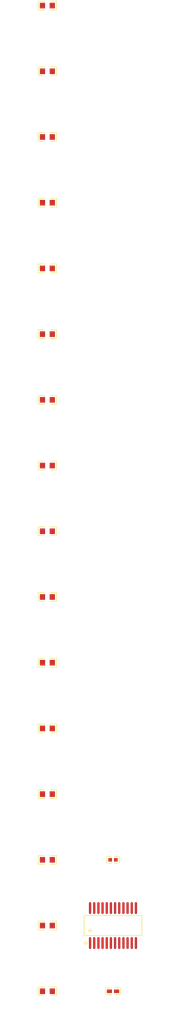
<source format=kicad_pcb>
(kicad_pcb (version 20241229) (generator "atopile") (generator_version "0.10.19")
  (layers (0 "F.Cu" signal) (31 "B.Cu" signal) (34 "B.Paste" user) (35 "F.Paste" user) (36 "B.SilkS" user "B.Silkscreen") (37 "F.SilkS" user "F.Silkscreen") (38 "B.Mask" user) (39 "F.Mask" user) (44 "Edge.Cuts" user))
  (net 0 "")
  (net 1 "OUT2")
  (net 2 "OUT1")
  (net 3 "OUT6")
  (net 4 "OUT11")
  (net 5 "OUT7")
  (net 6 "OUT8")
  (net 7 "REXT")
  (net 8 "OUT14")
  (net 9 "gnd")
  (net 10 "OUT12")
  (net 11 "OUT5")
  (net 12 "SDO")
  (net 13 "hv")
  (net 14 "OUT0")
  (net 15 "GCLK")
  (net 16 "OUT4")
  (net 17 "OUT15")
  (net 18 "OUT10")
  (net 19 "DCLK")
  (net 20 "OUT9")
  (net 21 "LE")
  (net 22 "OUT13")
  (net 23 "SDI")
  (net 24 "OUT3")
  (footprint "UNI_ROYAL_0603WAF1000T5E:R0603" (layer "F.Cu") (at 0 0 0)
    (property "Reference" "R1" (hide yes))
    (property "Value" "100Ω ±1% 100mW")
    (fp_line (start 0.43 0.66) (end 1.39 0.66) (stroke (width 0.15)) (layer "F.SilkS"))
    (fp_line (start 1.39 0.66) (end 1.39 -0.66) (stroke (width 0.15)) (layer "F.SilkS"))
    (fp_line (start 1.39 -0.66) (end 0.43 -0.66) (stroke (width 0.15)) (layer "F.SilkS"))
    (fp_line (start -0.43 0.66) (end -1.39 0.66) (stroke (width 0.15)) (layer "F.SilkS"))
    (fp_line (start -1.39 0.66) (end -1.39 -0.66) (stroke (width 0.15)) (layer "F.SilkS"))
    (fp_line (start -1.39 -0.66) (end -0.43 -0.66) (stroke (width 0.15)) (layer "F.SilkS"))
    (pad "2" smd rect (at 0.75 0 0) (size 0.81 0.86) (layers "F.Cu" "F.Paste" "F.Mask") (net 14 "OUT0"))
    (pad "1" smd rect (at -0.75 0 0) (size 0.81 0.86) (layers "F.Cu" "F.Paste" "F.Mask") (net 13 "hv"))
  )
  (footprint "UNI_ROYAL_0603WAF1000T5E:R0603" (layer "F.Cu") (at 0 -10 0)
    (property "Reference" "R11" (hide yes))
    (property "Value" "100Ω ±1% 100mW")
    (fp_line (start 0.43 0.66) (end 1.39 0.66) (stroke (width 0.15)) (layer "F.SilkS"))
    (fp_line (start 1.39 0.66) (end 1.39 -0.66) (stroke (width 0.15)) (layer "F.SilkS"))
    (fp_line (start 1.39 -0.66) (end 0.43 -0.66) (stroke (width 0.15)) (layer "F.SilkS"))
    (fp_line (start -0.43 0.66) (end -1.39 0.66) (stroke (width 0.15)) (layer "F.SilkS"))
    (fp_line (start -1.39 0.66) (end -1.39 -0.66) (stroke (width 0.15)) (layer "F.SilkS"))
    (fp_line (start -1.39 -0.66) (end -0.43 -0.66) (stroke (width 0.15)) (layer "F.SilkS"))
    (pad "2" smd rect (at 0.75 0 0) (size 0.81 0.86) (layers "F.Cu" "F.Paste" "F.Mask") (net 18 "OUT10"))
    (pad "1" smd rect (at -0.75 0 0) (size 0.81 0.86) (layers "F.Cu" "F.Paste" "F.Mask") (net 13 "hv"))
  )
  (footprint "UNI_ROYAL_0603WAF1000T5E:R0603" (layer "F.Cu") (at 0 -20 0)
    (property "Reference" "R12" (hide yes))
    (property "Value" "100Ω ±1% 100mW")
    (fp_line (start 0.43 0.66) (end 1.39 0.66) (stroke (width 0.15)) (layer "F.SilkS"))
    (fp_line (start 1.39 0.66) (end 1.39 -0.66) (stroke (width 0.15)) (layer "F.SilkS"))
    (fp_line (start 1.39 -0.66) (end 0.43 -0.66) (stroke (width 0.15)) (layer "F.SilkS"))
    (fp_line (start -0.43 0.66) (end -1.39 0.66) (stroke (width 0.15)) (layer "F.SilkS"))
    (fp_line (start -1.39 0.66) (end -1.39 -0.66) (stroke (width 0.15)) (layer "F.SilkS"))
    (fp_line (start -1.39 -0.66) (end -0.43 -0.66) (stroke (width 0.15)) (layer "F.SilkS"))
    (pad "2" smd rect (at 0.75 0 0) (size 0.81 0.86) (layers "F.Cu" "F.Paste" "F.Mask") (net 4 "OUT11"))
    (pad "1" smd rect (at -0.75 0 0) (size 0.81 0.86) (layers "F.Cu" "F.Paste" "F.Mask") (net 13 "hv"))
  )
  (footprint "UNI_ROYAL_0603WAF1000T5E:R0603" (layer "F.Cu") (at 0 -30 0)
    (property "Reference" "R13" (hide yes))
    (property "Value" "100Ω ±1% 100mW")
    (fp_line (start 0.43 0.66) (end 1.39 0.66) (stroke (width 0.15)) (layer "F.SilkS"))
    (fp_line (start 1.39 0.66) (end 1.39 -0.66) (stroke (width 0.15)) (layer "F.SilkS"))
    (fp_line (start 1.39 -0.66) (end 0.43 -0.66) (stroke (width 0.15)) (layer "F.SilkS"))
    (fp_line (start -0.43 0.66) (end -1.39 0.66) (stroke (width 0.15)) (layer "F.SilkS"))
    (fp_line (start -1.39 0.66) (end -1.39 -0.66) (stroke (width 0.15)) (layer "F.SilkS"))
    (fp_line (start -1.39 -0.66) (end -0.43 -0.66) (stroke (width 0.15)) (layer "F.SilkS"))
    (pad "2" smd rect (at 0.75 0 0) (size 0.81 0.86) (layers "F.Cu" "F.Paste" "F.Mask") (net 10 "OUT12"))
    (pad "1" smd rect (at -0.75 0 0) (size 0.81 0.86) (layers "F.Cu" "F.Paste" "F.Mask") (net 13 "hv"))
  )
  (footprint "UNI_ROYAL_0603WAF1000T5E:R0603" (layer "F.Cu") (at 0 -40 0)
    (property "Reference" "R14" (hide yes))
    (property "Value" "100Ω ±1% 100mW")
    (fp_line (start 0.43 0.66) (end 1.39 0.66) (stroke (width 0.15)) (layer "F.SilkS"))
    (fp_line (start 1.39 0.66) (end 1.39 -0.66) (stroke (width 0.15)) (layer "F.SilkS"))
    (fp_line (start 1.39 -0.66) (end 0.43 -0.66) (stroke (width 0.15)) (layer "F.SilkS"))
    (fp_line (start -0.43 0.66) (end -1.39 0.66) (stroke (width 0.15)) (layer "F.SilkS"))
    (fp_line (start -1.39 0.66) (end -1.39 -0.66) (stroke (width 0.15)) (layer "F.SilkS"))
    (fp_line (start -1.39 -0.66) (end -0.43 -0.66) (stroke (width 0.15)) (layer "F.SilkS"))
    (pad "2" smd rect (at 0.75 0 0) (size 0.81 0.86) (layers "F.Cu" "F.Paste" "F.Mask") (net 22 "OUT13"))
    (pad "1" smd rect (at -0.75 0 0) (size 0.81 0.86) (layers "F.Cu" "F.Paste" "F.Mask") (net 13 "hv"))
  )
  (footprint "UNI_ROYAL_0603WAF1000T5E:R0603" (layer "F.Cu") (at 0 -50 0)
    (property "Reference" "R15" (hide yes))
    (property "Value" "100Ω ±1% 100mW")
    (fp_line (start 0.43 0.66) (end 1.39 0.66) (stroke (width 0.15)) (layer "F.SilkS"))
    (fp_line (start 1.39 0.66) (end 1.39 -0.66) (stroke (width 0.15)) (layer "F.SilkS"))
    (fp_line (start 1.39 -0.66) (end 0.43 -0.66) (stroke (width 0.15)) (layer "F.SilkS"))
    (fp_line (start -0.43 0.66) (end -1.39 0.66) (stroke (width 0.15)) (layer "F.SilkS"))
    (fp_line (start -1.39 0.66) (end -1.39 -0.66) (stroke (width 0.15)) (layer "F.SilkS"))
    (fp_line (start -1.39 -0.66) (end -0.43 -0.66) (stroke (width 0.15)) (layer "F.SilkS"))
    (pad "2" smd rect (at 0.75 0 0) (size 0.81 0.86) (layers "F.Cu" "F.Paste" "F.Mask") (net 8 "OUT14"))
    (pad "1" smd rect (at -0.75 0 0) (size 0.81 0.86) (layers "F.Cu" "F.Paste" "F.Mask") (net 13 "hv"))
  )
  (footprint "UNI_ROYAL_0603WAF1000T5E:R0603" (layer "F.Cu") (at 0 -60 0)
    (property "Reference" "R16" (hide yes))
    (property "Value" "100Ω ±1% 100mW")
    (fp_line (start 0.43 0.66) (end 1.39 0.66) (stroke (width 0.15)) (layer "F.SilkS"))
    (fp_line (start 1.39 0.66) (end 1.39 -0.66) (stroke (width 0.15)) (layer "F.SilkS"))
    (fp_line (start 1.39 -0.66) (end 0.43 -0.66) (stroke (width 0.15)) (layer "F.SilkS"))
    (fp_line (start -0.43 0.66) (end -1.39 0.66) (stroke (width 0.15)) (layer "F.SilkS"))
    (fp_line (start -1.39 0.66) (end -1.39 -0.66) (stroke (width 0.15)) (layer "F.SilkS"))
    (fp_line (start -1.39 -0.66) (end -0.43 -0.66) (stroke (width 0.15)) (layer "F.SilkS"))
    (pad "2" smd rect (at 0.75 0 0) (size 0.81 0.86) (layers "F.Cu" "F.Paste" "F.Mask") (net 17 "OUT15"))
    (pad "1" smd rect (at -0.75 0 0) (size 0.81 0.86) (layers "F.Cu" "F.Paste" "F.Mask") (net 13 "hv"))
  )
  (footprint "UNI_ROYAL_0603WAF1000T5E:R0603" (layer "F.Cu") (at 0 -70 0)
    (property "Reference" "R2" (hide yes))
    (property "Value" "100Ω ±1% 100mW")
    (fp_line (start 0.43 0.66) (end 1.39 0.66) (stroke (width 0.15)) (layer "F.SilkS"))
    (fp_line (start 1.39 0.66) (end 1.39 -0.66) (stroke (width 0.15)) (layer "F.SilkS"))
    (fp_line (start 1.39 -0.66) (end 0.43 -0.66) (stroke (width 0.15)) (layer "F.SilkS"))
    (fp_line (start -0.43 0.66) (end -1.39 0.66) (stroke (width 0.15)) (layer "F.SilkS"))
    (fp_line (start -1.39 0.66) (end -1.39 -0.66) (stroke (width 0.15)) (layer "F.SilkS"))
    (fp_line (start -1.39 -0.66) (end -0.43 -0.66) (stroke (width 0.15)) (layer "F.SilkS"))
    (pad "2" smd rect (at 0.75 0 0) (size 0.81 0.86) (layers "F.Cu" "F.Paste" "F.Mask") (net 2 "OUT1"))
    (pad "1" smd rect (at -0.75 0 0) (size 0.81 0.86) (layers "F.Cu" "F.Paste" "F.Mask") (net 13 "hv"))
  )
  (footprint "UNI_ROYAL_0603WAF1000T5E:R0603" (layer "F.Cu") (at 0 -80 0)
    (property "Reference" "R3" (hide yes))
    (property "Value" "100Ω ±1% 100mW")
    (fp_line (start 0.43 0.66) (end 1.39 0.66) (stroke (width 0.15)) (layer "F.SilkS"))
    (fp_line (start 1.39 0.66) (end 1.39 -0.66) (stroke (width 0.15)) (layer "F.SilkS"))
    (fp_line (start 1.39 -0.66) (end 0.43 -0.66) (stroke (width 0.15)) (layer "F.SilkS"))
    (fp_line (start -0.43 0.66) (end -1.39 0.66) (stroke (width 0.15)) (layer "F.SilkS"))
    (fp_line (start -1.39 0.66) (end -1.39 -0.66) (stroke (width 0.15)) (layer "F.SilkS"))
    (fp_line (start -1.39 -0.66) (end -0.43 -0.66) (stroke (width 0.15)) (layer "F.SilkS"))
    (pad "2" smd rect (at 0.75 0 0) (size 0.81 0.86) (layers "F.Cu" "F.Paste" "F.Mask") (net 1 "OUT2"))
    (pad "1" smd rect (at -0.75 0 0) (size 0.81 0.86) (layers "F.Cu" "F.Paste" "F.Mask") (net 13 "hv"))
  )
  (footprint "UNI_ROYAL_0603WAF1000T5E:R0603" (layer "F.Cu") (at 0 -90 0)
    (property "Reference" "R4" (hide yes))
    (property "Value" "100Ω ±1% 100mW")
    (fp_line (start 0.43 0.66) (end 1.39 0.66) (stroke (width 0.15)) (layer "F.SilkS"))
    (fp_line (start 1.39 0.66) (end 1.39 -0.66) (stroke (width 0.15)) (layer "F.SilkS"))
    (fp_line (start 1.39 -0.66) (end 0.43 -0.66) (stroke (width 0.15)) (layer "F.SilkS"))
    (fp_line (start -0.43 0.66) (end -1.39 0.66) (stroke (width 0.15)) (layer "F.SilkS"))
    (fp_line (start -1.39 0.66) (end -1.39 -0.66) (stroke (width 0.15)) (layer "F.SilkS"))
    (fp_line (start -1.39 -0.66) (end -0.43 -0.66) (stroke (width 0.15)) (layer "F.SilkS"))
    (pad "2" smd rect (at 0.75 0 0) (size 0.81 0.86) (layers "F.Cu" "F.Paste" "F.Mask") (net 24 "OUT3"))
    (pad "1" smd rect (at -0.75 0 0) (size 0.81 0.86) (layers "F.Cu" "F.Paste" "F.Mask") (net 13 "hv"))
  )
  (footprint "UNI_ROYAL_0603WAF1000T5E:R0603" (layer "F.Cu") (at 0 -100 0)
    (property "Reference" "R5" (hide yes))
    (property "Value" "100Ω ±1% 100mW")
    (fp_line (start 0.43 0.66) (end 1.39 0.66) (stroke (width 0.15)) (layer "F.SilkS"))
    (fp_line (start 1.39 0.66) (end 1.39 -0.66) (stroke (width 0.15)) (layer "F.SilkS"))
    (fp_line (start 1.39 -0.66) (end 0.43 -0.66) (stroke (width 0.15)) (layer "F.SilkS"))
    (fp_line (start -0.43 0.66) (end -1.39 0.66) (stroke (width 0.15)) (layer "F.SilkS"))
    (fp_line (start -1.39 0.66) (end -1.39 -0.66) (stroke (width 0.15)) (layer "F.SilkS"))
    (fp_line (start -1.39 -0.66) (end -0.43 -0.66) (stroke (width 0.15)) (layer "F.SilkS"))
    (pad "2" smd rect (at 0.75 0 0) (size 0.81 0.86) (layers "F.Cu" "F.Paste" "F.Mask") (net 16 "OUT4"))
    (pad "1" smd rect (at -0.75 0 0) (size 0.81 0.86) (layers "F.Cu" "F.Paste" "F.Mask") (net 13 "hv"))
  )
  (footprint "UNI_ROYAL_0603WAF1000T5E:R0603" (layer "F.Cu") (at 0 -110 0)
    (property "Reference" "R6" (hide yes))
    (property "Value" "100Ω ±1% 100mW")
    (fp_line (start 0.43 0.66) (end 1.39 0.66) (stroke (width 0.15)) (layer "F.SilkS"))
    (fp_line (start 1.39 0.66) (end 1.39 -0.66) (stroke (width 0.15)) (layer "F.SilkS"))
    (fp_line (start 1.39 -0.66) (end 0.43 -0.66) (stroke (width 0.15)) (layer "F.SilkS"))
    (fp_line (start -0.43 0.66) (end -1.39 0.66) (stroke (width 0.15)) (layer "F.SilkS"))
    (fp_line (start -1.39 0.66) (end -1.39 -0.66) (stroke (width 0.15)) (layer "F.SilkS"))
    (fp_line (start -1.39 -0.66) (end -0.43 -0.66) (stroke (width 0.15)) (layer "F.SilkS"))
    (pad "2" smd rect (at 0.75 0 0) (size 0.81 0.86) (layers "F.Cu" "F.Paste" "F.Mask") (net 11 "OUT5"))
    (pad "1" smd rect (at -0.75 0 0) (size 0.81 0.86) (layers "F.Cu" "F.Paste" "F.Mask") (net 13 "hv"))
  )
  (footprint "UNI_ROYAL_0603WAF1000T5E:R0603" (layer "F.Cu") (at 0 -120 0)
    (property "Reference" "R7" (hide yes))
    (property "Value" "100Ω ±1% 100mW")
    (fp_line (start 0.43 0.66) (end 1.39 0.66) (stroke (width 0.15)) (layer "F.SilkS"))
    (fp_line (start 1.39 0.66) (end 1.39 -0.66) (stroke (width 0.15)) (layer "F.SilkS"))
    (fp_line (start 1.39 -0.66) (end 0.43 -0.66) (stroke (width 0.15)) (layer "F.SilkS"))
    (fp_line (start -0.43 0.66) (end -1.39 0.66) (stroke (width 0.15)) (layer "F.SilkS"))
    (fp_line (start -1.39 0.66) (end -1.39 -0.66) (stroke (width 0.15)) (layer "F.SilkS"))
    (fp_line (start -1.39 -0.66) (end -0.43 -0.66) (stroke (width 0.15)) (layer "F.SilkS"))
    (pad "2" smd rect (at 0.75 0 0) (size 0.81 0.86) (layers "F.Cu" "F.Paste" "F.Mask") (net 3 "OUT6"))
    (pad "1" smd rect (at -0.75 0 0) (size 0.81 0.86) (layers "F.Cu" "F.Paste" "F.Mask") (net 13 "hv"))
  )
  (footprint "UNI_ROYAL_0603WAF1000T5E:R0603" (layer "F.Cu") (at 0 -130 0)
    (property "Reference" "R8" (hide yes))
    (property "Value" "100Ω ±1% 100mW")
    (fp_line (start 0.43 0.66) (end 1.39 0.66) (stroke (width 0.15)) (layer "F.SilkS"))
    (fp_line (start 1.39 0.66) (end 1.39 -0.66) (stroke (width 0.15)) (layer "F.SilkS"))
    (fp_line (start 1.39 -0.66) (end 0.43 -0.66) (stroke (width 0.15)) (layer "F.SilkS"))
    (fp_line (start -0.43 0.66) (end -1.39 0.66) (stroke (width 0.15)) (layer "F.SilkS"))
    (fp_line (start -1.39 0.66) (end -1.39 -0.66) (stroke (width 0.15)) (layer "F.SilkS"))
    (fp_line (start -1.39 -0.66) (end -0.43 -0.66) (stroke (width 0.15)) (layer "F.SilkS"))
    (pad "2" smd rect (at 0.75 0 0) (size 0.81 0.86) (layers "F.Cu" "F.Paste" "F.Mask") (net 5 "OUT7"))
    (pad "1" smd rect (at -0.75 0 0) (size 0.81 0.86) (layers "F.Cu" "F.Paste" "F.Mask") (net 13 "hv"))
  )
  (footprint "UNI_ROYAL_0603WAF1000T5E:R0603" (layer "F.Cu") (at 0 -140 0)
    (property "Reference" "R9" (hide yes))
    (property "Value" "100Ω ±1% 100mW")
    (fp_line (start 0.43 0.66) (end 1.39 0.66) (stroke (width 0.15)) (layer "F.SilkS"))
    (fp_line (start 1.39 0.66) (end 1.39 -0.66) (stroke (width 0.15)) (layer "F.SilkS"))
    (fp_line (start 1.39 -0.66) (end 0.43 -0.66) (stroke (width 0.15)) (layer "F.SilkS"))
    (fp_line (start -0.43 0.66) (end -1.39 0.66) (stroke (width 0.15)) (layer "F.SilkS"))
    (fp_line (start -1.39 0.66) (end -1.39 -0.66) (stroke (width 0.15)) (layer "F.SilkS"))
    (fp_line (start -1.39 -0.66) (end -0.43 -0.66) (stroke (width 0.15)) (layer "F.SilkS"))
    (pad "2" smd rect (at 0.75 0 0) (size 0.81 0.86) (layers "F.Cu" "F.Paste" "F.Mask") (net 6 "OUT8"))
    (pad "1" smd rect (at -0.75 0 0) (size 0.81 0.86) (layers "F.Cu" "F.Paste" "F.Mask") (net 13 "hv"))
  )
  (footprint "UNI_ROYAL_0603WAF1000T5E:R0603" (layer "F.Cu") (at 0 -150 0)
    (property "Reference" "R10" (hide yes))
    (property "Value" "100Ω ±1% 100mW")
    (fp_line (start 0.43 0.66) (end 1.39 0.66) (stroke (width 0.15)) (layer "F.SilkS"))
    (fp_line (start 1.39 0.66) (end 1.39 -0.66) (stroke (width 0.15)) (layer "F.SilkS"))
    (fp_line (start 1.39 -0.66) (end 0.43 -0.66) (stroke (width 0.15)) (layer "F.SilkS"))
    (fp_line (start -0.43 0.66) (end -1.39 0.66) (stroke (width 0.15)) (layer "F.SilkS"))
    (fp_line (start -1.39 0.66) (end -1.39 -0.66) (stroke (width 0.15)) (layer "F.SilkS"))
    (fp_line (start -1.39 -0.66) (end -0.43 -0.66) (stroke (width 0.15)) (layer "F.SilkS"))
    (pad "2" smd rect (at 0.75 0 0) (size 0.81 0.86) (layers "F.Cu" "F.Paste" "F.Mask") (net 20 "OUT9"))
    (pad "1" smd rect (at -0.75 0 0) (size 0.81 0.86) (layers "F.Cu" "F.Paste" "F.Mask") (net 13 "hv"))
  )
  (footprint "Samsung_Electro_Mechanics_CL05B104KO5NNNC:C0402" (layer "F.Cu") (at 10 0 0)
    (property "Reference" "C1" (hide yes))
    (property "Value" "100nF ±10% 16V X7R")
    (fp_line (start 1.02 -0.5) (end 0.23 -0.5) (stroke (width 0.15)) (layer "F.SilkS"))
    (fp_line (start 0.23 0.5) (end 1.02 0.5) (stroke (width 0.15)) (layer "F.SilkS"))
    (fp_line (start 1.17 0.35) (end 1.17 -0.35) (stroke (width 0.15)) (layer "F.SilkS"))
    (fp_line (start -1.02 -0.5) (end -0.23 -0.5) (stroke (width 0.15)) (layer "F.SilkS"))
    (fp_line (start -0.23 0.5) (end -1.02 0.5) (stroke (width 0.15)) (layer "F.SilkS"))
    (fp_line (start -1.17 0.35) (end -1.17 -0.35) (stroke (width 0.15)) (layer "F.SilkS"))
    (fp_arc (start 1.17 0.35) (mid 1.1260660171779822 0.456066017177982) (end 1.02 0.4999999999999999) (stroke (width 0.15)) (layer "F.SilkS"))
    (fp_arc (start 1.02 -0.5) (mid 1.1260660171779822 -0.4560660171779821) (end 1.17 -0.35) (stroke (width 0.15)) (layer "F.SilkS"))
    (fp_arc (start -1.17 0.35) (mid -1.1260660171779822 0.456066017177982) (end -1.02 0.4999999999999999) (stroke (width 0.15)) (layer "F.SilkS"))
    (fp_arc (start -1.02 -0.5) (mid -1.1260660171779822 -0.4560660171779821) (end -1.17 -0.35) (stroke (width 0.15)) (layer "F.SilkS"))
    (pad "2" smd rect (at 0.55 0 0) (size 0.79 0.54) (layers "F.Cu" "F.Paste" "F.Mask") (net 9 "gnd"))
    (pad "1" smd rect (at -0.55 0 0) (size 0.79 0.54) (layers "F.Cu" "F.Paste" "F.Mask") (net 13 "hv"))
  )
  (footprint "MBI_MBI5043GP_A:SSOP-24_L8.8-W4.0-P0.64-LS6.2-BL" (layer "F.Cu") (at 10 -10 0)
    (property "Reference" "U1" (hide yes))
    (property "Value" "")
    (fp_line (start -4.4 1.52) (end -4.4 -1.52) (stroke (width 0.15)) (layer "F.SilkS"))
    (fp_line (start -4.4 -1.52) (end 4.4 -1.52) (stroke (width 0.15)) (layer "F.SilkS"))
    (fp_line (start 4.4 -1.52) (end 4.4 1.52) (stroke (width 0.15)) (layer "F.SilkS"))
    (fp_line (start 4.4 1.52) (end -4.4 1.52) (stroke (width 0.15)) (layer "F.SilkS"))
    (fp_circle (center -3.49 0.77) (end -3.34 0.77) (stroke (width 0.3)) (fill no) (layer "F.SilkS"))
    (fp_circle (center -4.12 2.66) (end -3.97 2.66) (stroke (width 0.3)) (fill no) (layer "F.SilkS"))
    (pad "1" smd oval (at -3.49 2.66 0) (size 0.36 1.82) (layers "F.Cu" "F.Paste" "F.Mask") (net 9 "gnd"))
    (pad "2" smd oval (at -2.86 2.66 0) (size 0.36 1.82) (layers "F.Cu" "F.Paste" "F.Mask") (net 23 "SDI"))
    (pad "3" smd oval (at -2.22 2.66 0) (size 0.36 1.82) (layers "F.Cu" "F.Paste" "F.Mask") (net 19 "DCLK"))
    (pad "4" smd oval (at -1.59 2.66 0) (size 0.36 1.82) (layers "F.Cu" "F.Paste" "F.Mask") (net 21 "LE"))
    (pad "5" smd oval (at -0.95 2.66 0) (size 0.36 1.82) (layers "F.Cu" "F.Paste" "F.Mask") (net 14 "OUT0"))
    (pad "6" smd oval (at -0.32 2.66 0) (size 0.36 1.82) (layers "F.Cu" "F.Paste" "F.Mask") (net 2 "OUT1"))
    (pad "7" smd oval (at 0.32 2.66 0) (size 0.36 1.82) (layers "F.Cu" "F.Paste" "F.Mask") (net 1 "OUT2"))
    (pad "8" smd oval (at 0.95 2.66 0) (size 0.36 1.82) (layers "F.Cu" "F.Paste" "F.Mask") (net 24 "OUT3"))
    (pad "9" smd oval (at 1.59 2.66 0) (size 0.36 1.82) (layers "F.Cu" "F.Paste" "F.Mask") (net 16 "OUT4"))
    (pad "10" smd oval (at 2.22 2.66 0) (size 0.36 1.82) (layers "F.Cu" "F.Paste" "F.Mask") (net 11 "OUT5"))
    (pad "11" smd oval (at 2.86 2.66 0) (size 0.36 1.82) (layers "F.Cu" "F.Paste" "F.Mask") (net 3 "OUT6"))
    (pad "12" smd oval (at 3.49 2.66 0) (size 0.36 1.82) (layers "F.Cu" "F.Paste" "F.Mask") (net 5 "OUT7"))
    (pad "24" smd oval (at -3.49 -2.66 0) (size 0.36 1.82) (layers "F.Cu" "F.Paste" "F.Mask") (net 13 "hv"))
    (pad "23" smd oval (at -2.86 -2.66 0) (size 0.36 1.82) (layers "F.Cu" "F.Paste" "F.Mask") (net 7 "REXT"))
    (pad "22" smd oval (at -2.22 -2.66 0) (size 0.36 1.82) (layers "F.Cu" "F.Paste" "F.Mask") (net 12 "SDO"))
    (pad "21" smd oval (at -1.59 -2.66 0) (size 0.36 1.82) (layers "F.Cu" "F.Paste" "F.Mask") (net 15 "GCLK"))
    (pad "20" smd oval (at -0.95 -2.66 0) (size 0.36 1.82) (layers "F.Cu" "F.Paste" "F.Mask") (net 17 "OUT15"))
    (pad "19" smd oval (at -0.32 -2.66 0) (size 0.36 1.82) (layers "F.Cu" "F.Paste" "F.Mask") (net 8 "OUT14"))
    (pad "18" smd oval (at 0.32 -2.66 0) (size 0.36 1.82) (layers "F.Cu" "F.Paste" "F.Mask") (net 22 "OUT13"))
    (pad "17" smd oval (at 0.95 -2.66 0) (size 0.36 1.82) (layers "F.Cu" "F.Paste" "F.Mask") (net 10 "OUT12"))
    (pad "16" smd oval (at 1.59 -2.66 0) (size 0.36 1.82) (layers "F.Cu" "F.Paste" "F.Mask") (net 4 "OUT11"))
    (pad "15" smd oval (at 2.22 -2.66 0) (size 0.36 1.82) (layers "F.Cu" "F.Paste" "F.Mask") (net 18 "OUT10"))
    (pad "14" smd oval (at 2.86 -2.66 0) (size 0.36 1.82) (layers "F.Cu" "F.Paste" "F.Mask") (net 20 "OUT9"))
    (pad "13" smd oval (at 3.49 -2.66 0) (size 0.36 1.82) (layers "F.Cu" "F.Paste" "F.Mask") (net 6 "OUT8"))
  )
  (footprint "VO_SCR0402F309R:R0402" (layer "F.Cu") (at 10 -20 0)
    (property "Reference" "R17" (hide yes))
    (property "Value" "309Ω ±1% 62.5mW")
    (fp_line (start -0.23 0.5) (end -0.94 0.5) (stroke (width 0.15)) (layer "F.SilkS"))
    (fp_line (start -0.94 0.5) (end -0.94 -0.5) (stroke (width 0.15)) (layer "F.SilkS"))
    (fp_line (start -0.94 -0.5) (end -0.23 -0.5) (stroke (width 0.15)) (layer "F.SilkS"))
    (fp_line (start 0.23 0.5) (end 0.94 0.5) (stroke (width 0.15)) (layer "F.SilkS"))
    (fp_line (start 0.94 0.5) (end 0.94 -0.5) (stroke (width 0.15)) (layer "F.SilkS"))
    (fp_line (start 0.94 -0.5) (end 0.23 -0.5) (stroke (width 0.15)) (layer "F.SilkS"))
    (pad "2" smd rect (at 0.43 0 0) (size 0.57 0.54) (layers "F.Cu" "F.Paste" "F.Mask") (net 9 "gnd"))
    (pad "1" smd rect (at -0.43 0 0) (size 0.57 0.54) (layers "F.Cu" "F.Paste" "F.Mask") (net 7 "REXT"))
  )
)
</source>
